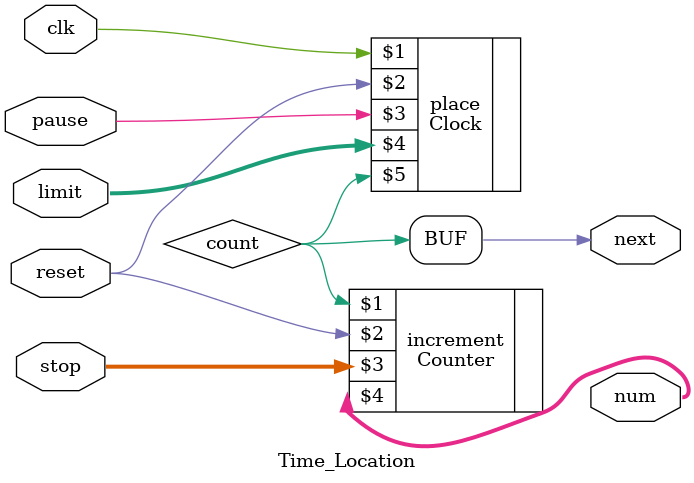
<source format=v>
`timescale 1ns / 1ps

module Time_Location(
        input clk,
        input reset,
        input pause,
        input [nBit-1:0] limit,
        input [3:0] stop,
        output next,
        output [3:0] num
    );
    parameter nBit = 18;
    wire count;

    Clock #(nBit) place(clk, reset, pause, limit, count);
    Counter increment(count, reset, stop, num);
    assign next = count;

endmodule
</source>
